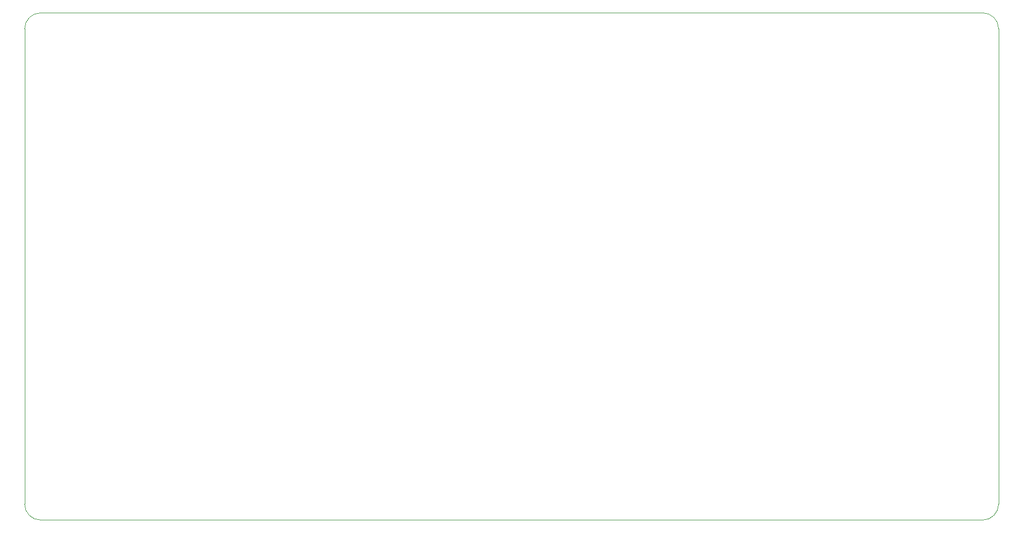
<source format=gbr>
%TF.GenerationSoftware,KiCad,Pcbnew,(6.0.1)*%
%TF.CreationDate,2022-02-22T20:50:15+13:00*%
%TF.ProjectId,perma-proto-board,7065726d-612d-4707-926f-746f2d626f61,rev?*%
%TF.SameCoordinates,Original*%
%TF.FileFunction,Profile,NP*%
%FSLAX46Y46*%
G04 Gerber Fmt 4.6, Leading zero omitted, Abs format (unit mm)*
G04 Created by KiCad (PCBNEW (6.0.1)) date 2022-02-22 20:50:15*
%MOMM*%
%LPD*%
G01*
G04 APERTURE LIST*
%TA.AperFunction,Profile*%
%ADD10C,0.100000*%
%TD*%
G04 APERTURE END LIST*
D10*
X199390000Y-27940000D02*
X48260000Y-27940000D01*
X201930000Y-30480000D02*
G75*
G03*
X199390000Y-27940000I-2540001J-1D01*
G01*
X48260000Y-109220000D02*
X199390000Y-109220000D01*
X199390000Y-109220000D02*
G75*
G03*
X201930000Y-106680000I-1J2540001D01*
G01*
X48260000Y-27940000D02*
G75*
G03*
X45720000Y-30480000I1J-2540001D01*
G01*
X45720000Y-30480000D02*
X45720000Y-106680000D01*
X201930000Y-106680000D02*
X201930000Y-30480000D01*
X45720000Y-106680000D02*
G75*
G03*
X48260000Y-109220000I2540001J1D01*
G01*
M02*

</source>
